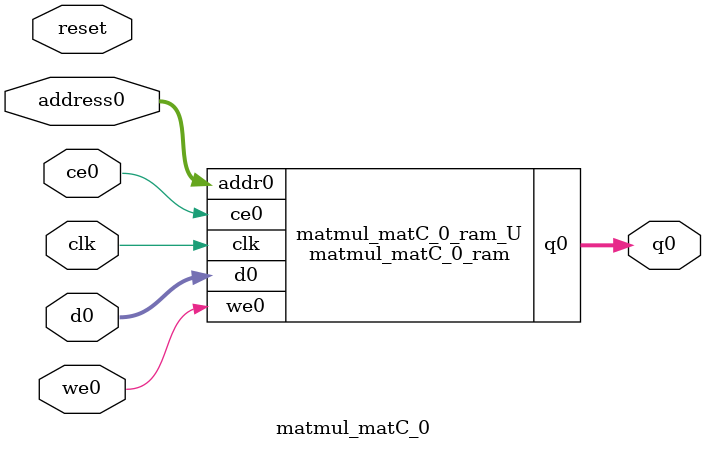
<source format=v>
`timescale 1 ns / 1 ps
module matmul_matC_0_ram (addr0, ce0, d0, we0, q0,  clk);

parameter DWIDTH = 32;
parameter AWIDTH = 10;
parameter MEM_SIZE = 1024;

input[AWIDTH-1:0] addr0;
input ce0;
input[DWIDTH-1:0] d0;
input we0;
output reg[DWIDTH-1:0] q0;
input clk;

(* ram_style = "block" *)reg [DWIDTH-1:0] ram[0:MEM_SIZE-1];




always @(posedge clk)  
begin 
    if (ce0) begin
        if (we0) 
            ram[addr0] <= d0; 
        q0 <= ram[addr0];
    end
end


endmodule

`timescale 1 ns / 1 ps
module matmul_matC_0(
    reset,
    clk,
    address0,
    ce0,
    we0,
    d0,
    q0);

parameter DataWidth = 32'd32;
parameter AddressRange = 32'd1024;
parameter AddressWidth = 32'd10;
input reset;
input clk;
input[AddressWidth - 1:0] address0;
input ce0;
input we0;
input[DataWidth - 1:0] d0;
output[DataWidth - 1:0] q0;



matmul_matC_0_ram matmul_matC_0_ram_U(
    .clk( clk ),
    .addr0( address0 ),
    .ce0( ce0 ),
    .we0( we0 ),
    .d0( d0 ),
    .q0( q0 ));

endmodule


</source>
